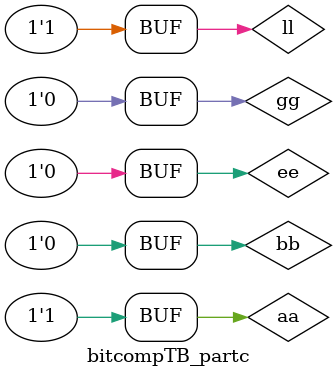
<source format=sv>
`timescale 1ns/1ns
module bitcompTB_partc();
	logic aa=0,bb=0;
	logic eqout,ltout,gtout;
	logic ll=0,gg=0,ee=1;
	bit_comparator CUT(.a(aa),.b(bb),.LT(ltout),.GT(gtout),.EQ(eqout),.l(ll),.g(gg),.e(ee));
	initial begin
	#200;
	#200 bb=1;
	#200 bb=0;ee=0;gg=1;
	#200 aa=1;
	#200 aa=0;ee=0;gg=0;ll=1;
	#200 bb=1;
	#200 aa=1;
	#200 bb=0;
	end
endmodule


</source>
